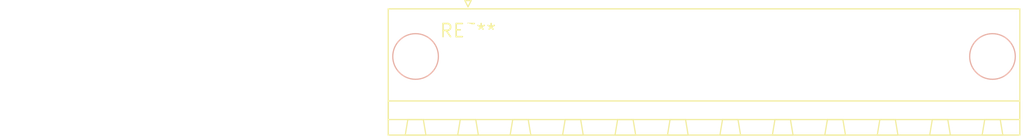
<source format=kicad_pcb>
(kicad_pcb (version 20240108) (generator pcbnew)
  (layers (0 "F.Cu" signal) (31 "B.Cu" signal) (34 "B.Paste" user) (35 "F.Paste" user) (36 "B.SilkS" user "B.Silkscreen") (37 "F.SilkS" user "F.Silkscreen") (38 "B.Mask" user) (39 "F.Mask" user) (44 "Edge.Cuts" user))
  (net 0 "")
  (footprint "PhoenixContact_MSTB_2,5_10-GF-5,08_1x10_P5.08mm_Horizontal_ThreadedFlange_MountHole" (layer "F.Cu") (at 0 0)
    (property "Reference" "REF**")
    (property "Value" "PhoenixContact_MSTB_2,5_10-GF-5,08_1x10_P5.08mm_Horizontal_ThreadedFlange_MountHole")
    (fp_circle (center -5.08 2.5) (end -2.87 2.5) (layer "B.SilkS") (stroke (width 0.12)) (fill none))
    (fp_circle (center 50.8 2.5) (end 53.01 2.5) (layer "B.SilkS") (stroke (width 0.12)) (fill none))
    (fp_line (start -7.73 -2.11) (end -7.73 10.11) (layer "F.SilkS") (stroke (width 0.12)))
    (fp_line (start -7.73 6.81) (end 53.45 6.81) (layer "F.SilkS") (stroke (width 0.12)))
    (fp_line (start -7.73 8.61) (end -7.73 6.81) (layer "F.SilkS") (stroke (width 0.12)))
    (fp_line (start -7.73 10.11) (end 53.45 10.11) (layer "F.SilkS") (stroke (width 0.12)))
    (fp_line (start -6.08 10.11) (end -4.08 10.11) (layer "F.SilkS") (stroke (width 0.12)))
    (fp_line (start -5.83 8.61) (end -6.08 10.11) (layer "F.SilkS") (stroke (width 0.12)))
    (fp_line (start -4.33 8.61) (end -5.83 8.61) (layer "F.SilkS") (stroke (width 0.12)))
    (fp_line (start -4.08 10.11) (end -4.33 8.61) (layer "F.SilkS") (stroke (width 0.12)))
    (fp_line (start -1 10.11) (end 1 10.11) (layer "F.SilkS") (stroke (width 0.12)))
    (fp_line (start -0.75 8.61) (end -1 10.11) (layer "F.SilkS") (stroke (width 0.12)))
    (fp_line (start -0.3 -2.91) (end 0.3 -2.91) (layer "F.SilkS") (stroke (width 0.12)))
    (fp_line (start 0 -2.31) (end -0.3 -2.91) (layer "F.SilkS") (stroke (width 0.12)))
    (fp_line (start 0.3 -2.91) (end 0 -2.31) (layer "F.SilkS") (stroke (width 0.12)))
    (fp_line (start 0.75 8.61) (end -0.75 8.61) (layer "F.SilkS") (stroke (width 0.12)))
    (fp_line (start 1 10.11) (end 0.75 8.61) (layer "F.SilkS") (stroke (width 0.12)))
    (fp_line (start 4.08 10.11) (end 6.08 10.11) (layer "F.SilkS") (stroke (width 0.12)))
    (fp_line (start 4.33 8.61) (end 4.08 10.11) (layer "F.SilkS") (stroke (width 0.12)))
    (fp_line (start 5.83 8.61) (end 4.33 8.61) (layer "F.SilkS") (stroke (width 0.12)))
    (fp_line (start 6.08 10.11) (end 5.83 8.61) (layer "F.SilkS") (stroke (width 0.12)))
    (fp_line (start 9.16 10.11) (end 11.16 10.11) (layer "F.SilkS") (stroke (width 0.12)))
    (fp_line (start 9.41 8.61) (end 9.16 10.11) (layer "F.SilkS") (stroke (width 0.12)))
    (fp_line (start 10.91 8.61) (end 9.41 8.61) (layer "F.SilkS") (stroke (width 0.12)))
    (fp_line (start 11.16 10.11) (end 10.91 8.61) (layer "F.SilkS") (stroke (width 0.12)))
    (fp_line (start 14.24 10.11) (end 16.24 10.11) (layer "F.SilkS") (stroke (width 0.12)))
    (fp_line (start 14.49 8.61) (end 14.24 10.11) (layer "F.SilkS") (stroke (width 0.12)))
    (fp_line (start 15.99 8.61) (end 14.49 8.61) (layer "F.SilkS") (stroke (width 0.12)))
    (fp_line (start 16.24 10.11) (end 15.99 8.61) (layer "F.SilkS") (stroke (width 0.12)))
    (fp_line (start 19.32 10.11) (end 21.32 10.11) (layer "F.SilkS") (stroke (width 0.12)))
    (fp_line (start 19.57 8.61) (end 19.32 10.11) (layer "F.SilkS") (stroke (width 0.12)))
    (fp_line (start 21.07 8.61) (end 19.57 8.61) (layer "F.SilkS") (stroke (width 0.12)))
    (fp_line (start 21.32 10.11) (end 21.07 8.61) (layer "F.SilkS") (stroke (width 0.12)))
    (fp_line (start 24.4 10.11) (end 26.4 10.11) (layer "F.SilkS") (stroke (width 0.12)))
    (fp_line (start 24.65 8.61) (end 24.4 10.11) (layer "F.SilkS") (stroke (width 0.12)))
    (fp_line (start 26.15 8.61) (end 24.65 8.61) (layer "F.SilkS") (stroke (width 0.12)))
    (fp_line (start 26.4 10.11) (end 26.15 8.61) (layer "F.SilkS") (stroke (width 0.12)))
    (fp_line (start 29.48 10.11) (end 31.48 10.11) (layer "F.SilkS") (stroke (width 0.12)))
    (fp_line (start 29.73 8.61) (end 29.48 10.11) (layer "F.SilkS") (stroke (width 0.12)))
    (fp_line (start 31.23 8.61) (end 29.73 8.61) (layer "F.SilkS") (stroke (width 0.12)))
    (fp_line (start 31.48 10.11) (end 31.23 8.61) (layer "F.SilkS") (stroke (width 0.12)))
    (fp_line (start 34.56 10.11) (end 36.56 10.11) (layer "F.SilkS") (stroke (width 0.12)))
    (fp_line (start 34.81 8.61) (end 34.56 10.11) (layer "F.SilkS") (stroke (width 0.12)))
    (fp_line (start 36.31 8.61) (end 34.81 8.61) (layer "F.SilkS") (stroke (width 0.12)))
    (fp_line (start 36.56 10.11) (end 36.31 8.61) (layer "F.SilkS") (stroke (width 0.12)))
    (fp_line (start 39.64 10.11) (end 41.64 10.11) (layer "F.SilkS") (stroke (width 0.12)))
    (fp_line (start 39.89 8.61) (end 39.64 10.11) (layer "F.SilkS") (stroke (width 0.12)))
    (fp_line (start 41.39 8.61) (end 39.89 8.61) (layer "F.SilkS") (stroke (width 0.12)))
    (fp_line (start 41.64 10.11) (end 41.39 8.61) (layer "F.SilkS") (stroke (width 0.12)))
    (fp_line (start 44.72 10.11) (end 46.72 10.11) (layer "F.SilkS") (stroke (width 0.12)))
    (fp_line (start 44.97 8.61) (end 44.72 10.11) (layer "F.SilkS") (stroke (width 0.12)))
    (fp_line (start 46.47 8.61) (end 44.97 8.61) (layer "F.SilkS") (stroke (width 0.12)))
    (fp_line (start 46.72 10.11) (end 46.47 8.61) (layer "F.SilkS") (stroke (width 0.12)))
    (fp_line (start 49.8 10.11) (end 51.8 10.11) (layer "F.SilkS") (stroke (width 0.12)))
    (fp_line (start 50.05 8.61) (end 49.8 10.11) (layer "F.SilkS") (stroke (width 0.12)))
    (fp_line (start 51.55 8.61) (end 50.05 8.61) (layer "F.SilkS") (stroke (width 0.12)))
    (fp_line (start 51.8 10.11) (end 51.55 8.61) (layer "F.SilkS") (stroke (width 0.12)))
    (fp_line (start 53.45 -2.11) (end -7.73 -2.11) (layer "F.SilkS") (stroke (width 0.12)))
    (fp_line (start 53.45 6.81) (end 53.45 8.61) (layer "F.SilkS") (stroke (width 0.12)))
    (fp_line (start 53.45 8.61) (end -7.73 8.61) (layer "F.SilkS") (stroke (width 0.12)))
    (fp_line (start 53.45 10.11) (end 53.45 -2.11) (layer "F.SilkS") (stroke (width 0.12)))
    (pad "" np_thru_hole circle (at -5.08 2.5) (size 2.4 2.4) (drill 2.4) (layers *.Cu *.Mask))
    (pad "" np_thru_hole circle (at 50.8 2.5) (size 2.4 2.4) (drill 2.4) (layers *.Cu *.Mask))
    (pad "1" thru_hole roundrect (at 0 0) (size 2.08 3.6) (drill 1.4) (layers *.Cu *.Mask) (remove_unused_layers) (roundrect_rratio 0.120192))
    (pad "2" thru_hole oval (at 5.08 0) (size 2.08 3.6) (drill 1.4) (layers *.Cu *.Mask) (remove_unused_layers))
    (pad "3" thru_hole oval (at 10.16 0) (size 2.08 3.6) (drill 1.4) (layers *.Cu *.Mask) (remove_unused_layers))
    (pad "4" thru_hole oval (at 15.24 0) (size 2.08 3.6) (drill 1.4) (layers *.Cu *.Mask) (remove_unused_layers))
    (pad "5" thru_hole oval (at 20.32 0) (size 2.08 3.6) (drill 1.4) (layers *.Cu *.Mask) (remove_unused_layers))
    (pad "6" thru_hole oval (at 25.4 0) (size 2.08 3.6) (drill 1.4) (layers *.Cu *.Mask) (remove_unused_layers))
    (pad "7" thru_hole oval (at 30.48 0) (size 2.08 3.6) (drill 1.4) (layers *.Cu *.Mask) (remove_unused_layers))
    (pad "8" thru_hole oval (at 35.56 0) (size 2.08 3.6) (drill 1.4) (layers *.Cu *.Mask) (remove_unused_layers))
    (pad "9" thru_hole oval (at 40.64 0) (size 2.08 3.6) (drill 1.4) (layers *.Cu *.Mask) (remove_unused_layers))
    (pad "10" thru_hole oval (at 45.72 0) (size 2.08 3.6) (drill 1.4) (layers *.Cu *.Mask) (remove_unused_layers))
  )
)
</source>
